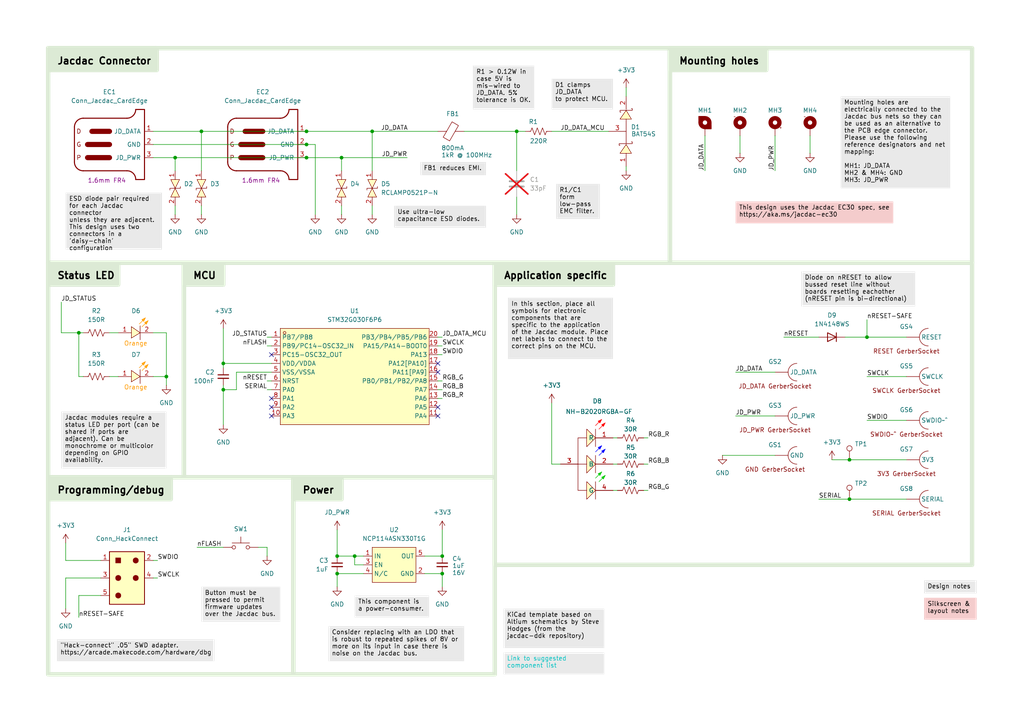
<source format=kicad_sch>
(kicad_sch (version 20250114) (generator "eeschema") (generator_version "9.0")
  (paper "A4")
  (title_block (title "${PROJECTNAME}") (date "2025-10-31") (rev "0.1") (company "Devices Lab") (comment 1 "Lancaster University") (comment 2 "James Hahn, Steve Hodges, Aron Eggens") (comment 3 "RGB LED Jacdac Module (STM32G0 based)"))
  (lib_symbols
    (symbol "Connector:TestPoint" (pin_numbers (hide yes)) (pin_names (offset 0.762) (hide yes))
      (property "Reference" "TP" (at 0 6.858 0))
      (property "Value" "TestPoint" (at 0 5.08 0))
      (symbol "TestPoint_1_1"
        (pin passive line (at 0 0 90) (length 2.54) (name "1") (number "1"))
      )
    )
    (symbol "Device:C" (pin_numbers (hide yes)) (pin_names (offset 0.254))
      (property "Reference" "C" (at 0.635 2.54 0))
      (property "Value" "C" (at 0.635 -2.54 0))
      (symbol "C_1_1"
        (pin passive line (at 0 3.81 270) (length 2.794) (name "~") (number "1"))
        (pin passive line (at 0 -3.81 90) (length 2.794) (name "~") (number "2"))
      )
    )
    (symbol "Device:C_Small" (pin_numbers (hide yes)) (pin_names (offset 0.254) (hide yes))
      (property "Reference" "C" (at 0.254 1.778 0))
      (property "Value" "C_Small" (at 0.254 -2.032 0))
      (symbol "C_Small_1_1"
        (pin passive line (at 0 2.54 270) (length 2.032) (name "~") (number "1"))
        (pin passive line (at 0 -2.54 90) (length 2.032) (name "~") (number "2"))
      )
    )
    (symbol "Device:FerriteBead" (pin_numbers (hide yes)) (pin_names (offset 0))
      (property "Reference" "FB" (at -3.81 0.635 90))
      (property "Value" "FerriteBead" (at 3.81 0 90))
      (symbol "FerriteBead_1_1"
        (pin passive line (at 0 3.81 270) (length 2.54) (name "~") (number "1"))
        (pin passive line (at 0 -3.81 90) (length 2.54) (name "~") (number "2"))
      )
    )
    (symbol "Device:R_US" (pin_numbers (hide yes)) (pin_names (offset 0))
      (property "Reference" "R" (at 2.54 0 90))
      (property "Value" "R_US" (at -2.54 0 90))
      (symbol "R_US_1_1"
        (pin passive line (at 0 3.81 270) (length 1.27) (name "~") (number "1"))
        (pin passive line (at 0 -3.81 90) (length 1.27) (name "~") (number "2"))
      )
    )
    (symbol "Diode:1N4148WS" (pin_numbers (hide yes)) (pin_names (hide yes))
      (property "Reference" "D" (at 0 2.54 0))
      (property "Value" "1N4148WS" (at 0 -2.54 0))
      (symbol "1N4148WS_1_1"
        (pin passive line (at -3.81 0 0) (length 2.54) (name "K") (number "1"))
        (pin passive line (at 3.81 0 180) (length 2.54) (name "A") (number "2"))
      )
    )
    (symbol "GerberSockets:3V3" (pin_numbers (hide yes)) (in_bom no)
      (property "Reference" "GS" (at 0 3.048 0))
      (symbol "3V3_1_1"
        (text "3V3 GerberSocket" (at 0 -4.064 0) (effects (font (size 1.27 1.27))))
        (pin bidirectional line (at 0 0 0) (length 3.81) (name "3V3") (number "1"))
      )
    )
    (symbol "GerberSockets:GND" (pin_numbers (hide yes)) (in_bom no)
      (property "Reference" "GS" (at 0 3.048 0))
      (symbol "GND_1_1"
        (text "GND GerberSocket" (at 0 -4.064 0) (effects (font (size 1.27 1.27))))
        (pin bidirectional line (at 0 0 0) (length 3.81) (name "GND") (number "1"))
      )
    )
    (symbol "GerberSockets:JD_DATA" (pin_numbers (hide yes)) (in_bom no)
      (property "Reference" "GS" (at 0 3.048 0))
      (symbol "JD_DATA_1_1"
        (text "JD_DATA GerberSocket" (at 0 -4.064 0) (effects (font (size 1.27 1.27))))
        (pin bidirectional line (at 0 0 0) (length 3.81) (name "JD_DATA") (number "1"))
      )
    )
    (symbol "GerberSockets:JD_PWR" (pin_numbers (hide yes)) (in_bom no)
      (property "Reference" "GS" (at 0 3.048 0))
      (symbol "JD_PWR_1_1"
        (text "JD_PWR GerberSocket" (at 0 -4.064 0) (effects (font (size 1.27 1.27))))
        (pin bidirectional line (at 0 0 0) (length 3.81) (name "JD_PWR") (number "1"))
      )
    )
    (symbol "GerberSockets:RESET" (pin_numbers (hide yes)) (in_bom no)
      (property "Reference" "GS" (at 0 3.048 0))
      (symbol "RESET_1_1"
        (text "RESET GerberSocket" (at 0 -4.064 0) (effects (font (size 1.27 1.27))))
        (pin bidirectional line (at 0 0 0) (length 3.81) (name "RESET") (number "1"))
      )
    )
    (symbol "GerberSockets:SERIAL" (pin_numbers (hide yes)) (in_bom no)
      (property "Reference" "GS" (at 0 3.048 0))
      (symbol "SERIAL_1_1"
        (text "SERIAL GerberSocket" (at 0 -4.064 0) (effects (font (size 1.27 1.27))))
        (pin bidirectional line (at 0 0 0) (length 3.81) (name "SERIAL") (number "1"))
      )
    )
    (symbol "GerberSockets:SWCLK" (pin_numbers (hide yes)) (in_bom no)
      (property "Reference" "GS" (at 0 3.048 0))
      (symbol "SWCLK_1_1"
        (text "SWCLK GerberSocket" (at 0 -4.064 0) (effects (font (size 1.27 1.27))))
        (pin bidirectional line (at 0 0 0) (length 3.81) (name "SWCLK") (number "1"))
      )
    )
    (symbol "GerberSockets:SWDIO~^" (pin_numbers (hide yes)) (in_bom no)
      (property "Reference" "GS" (at 0 3.048 0))
      (symbol "SWDIO~^_1_1"
        (text "SWDIO~^ GerberSocket" (at 0 -4.064 0) (effects (font (size 1.27 1.27))))
        (pin bidirectional line (at 0 0 0) (length 3.81) (name "SWDIO~^") (number "1"))
      )
    )
    (symbol "Jacdac:Conn_HackConnect" (pin_names (offset 1.016))
      (property "Reference" "J" (at 0 9.906 0))
      (property "Value" "Conn_HackConnect" (at 11.43 -10.16 0))
      (symbol "Conn_HackConnect_1_1"
        (pin power_in line (at -7.62 5.08 0) (length 2.54) (name "") (number "1"))
        (pin power_in line (at -7.62 0 0) (length 2.54) (name "") (number "3"))
        (pin bidirectional line (at -7.62 -5.08 0) (length 2.54) (name "") (number "5"))
        (pin bidirectional line (at 7.62 5.08 180) (length 2.54) (name "") (number "2"))
        (pin output line (at 7.62 0 180) (length 2.54) (name "") (number "4"))
      )
    )
    (symbol "Jacdac:Conn_Jacdac_CardEdge" (pin_names (offset 1.016)) (in_bom no)
      (property "Reference" "EC" (at -8.89 10.16 0))
      (property "Value" "Conn_Jacdac_CardEdge" (at 10.16 -12.7 0))
      (symbol "Conn_Jacdac_CardEdge_0_0"
        (text "D" (at -10.16 3.81 0) (effects (font (size 1.27 1.27))))
        (text "G" (at -10.16 0 0) (effects (font (size 1.27 1.27))))
        (text "P" (at -10.16 -3.81 0) (effects (font (size 1.27 1.27))))
      )
      (symbol "Conn_Jacdac_CardEdge_1_1"
        (pin bidirectional line (at 11.43 3.81 180) (length 2.54) (name "JD_DATA") (number "1"))
        (pin power_in line (at 11.43 0 180) (length 2.54) (name "GND") (number "2"))
        (pin power_out line (at 11.43 -3.81 180) (length 2.54) (name "JD_PWR") (number "3"))
      )
    )
    (symbol "Jacdac:jacdac_hole_DATA_MH1" (pin_numbers (hide yes)) (pin_names (offset 1.016) (hide yes)) (in_bom no)
      (property "Reference" "MH" (at 0 6.35 0))
      (property "Value" "jacdac_hole_DATA_MH1" (at 0 4.445 0))
      (symbol "jacdac_hole_DATA_MH1_1_1"
        (pin input line (at 0 -2.54 90) (length 2.54) (name "MH1") (number "MH1"))
      )
    )
    (symbol "Jacdac:jacdac_hole_GND_MH2" (pin_numbers (hide yes)) (pin_names (offset 1.016) (hide yes)) (in_bom no)
      (property "Reference" "MH" (at 0 6.35 0))
      (property "Value" "jacdac_hole_GND_MH2" (at 0 4.445 0))
      (symbol "jacdac_hole_GND_MH2_0_0"
        (text "-" (at -1.5494 3.0226 0) (effects (font (size 0.5 0.5))))
      )
      (symbol "jacdac_hole_GND_MH2_1_1"
        (pin input line (at 0 -2.54 90) (length 2.54) (name "MH2") (number "MH2"))
      )
    )
    (symbol "Jacdac:jacdac_hole_GND_MH4" (pin_numbers (hide yes)) (pin_names (offset 1.016) (hide yes)) (in_bom no)
      (property "Reference" "MH" (at 0 6.35 0))
      (property "Value" "jacdac_hole_GND_MH4" (at 0 4.445 0))
      (symbol "jacdac_hole_GND_MH4_0_0"
        (text "-" (at -1.5494 3.0226 0) (effects (font (size 0.5 0.5))))
      )
      (symbol "jacdac_hole_GND_MH4_1_1"
        (pin input line (at 0 -2.54 90) (length 2.54) (name "MH4") (number "MH4"))
      )
    )
    (symbol "Jacdac:jacdac_hole_PWR_MH3" (pin_numbers (hide yes)) (pin_names (offset 1.016) (hide yes)) (in_bom no)
      (property "Reference" "MH" (at 0 6.35 0))
      (property "Value" "jacdac_hole_PWR_MH3" (at 0 4.445 0))
      (symbol "jacdac_hole_PWR_MH3_0_0"
        (text "+" (at 1.6256 -0.2032 0) (effects (font (size 0.5 0.5))))
      )
      (symbol "jacdac_hole_PWR_MH3_1_1"
        (pin input line (at 0 -2.54 90) (length 2.54) (name "MH3") (number "MH3"))
      )
    )
    (symbol "Jacdac_Application:FM-B2020RGBA-HG"
      (property "Reference" "D" (at 0 12.7 0))
      (symbol "FM-B2020RGBA-HG_1_1"
        (pin unspecified line (at -7.62 0 0) (length 5.08) (name "") (number "3"))
        (pin unspecified line (at 7.62 7.62 180) (length 5.08) (name "R") (number "1"))
        (pin unspecified line (at 7.62 0 180) (length 5.08) (name "B") (number "2"))
        (pin unspecified line (at 7.62 -7.62 180) (length 5.08) (name "G") (number "4"))
      )
    )
    (symbol "Jacdac_Components:BAT54SLT1G" (pin_names (hide yes))
      (property "Reference" "D" (at 0 6.35 0))
      (property "Value" "BAT54SLT1G" (at 0 -8.89 0))
      (symbol "BAT54SLT1G_0_1"
        (pin unspecified line (at -10.16 1.27 0) (length 3.81) (name "A") (number "1"))
        (pin unspecified line (at 0 6.35 270) (length 5.08) (name "A/C") (number "3"))
        (pin unspecified line (at 10.16 1.27 180) (length 3.81) (name "C") (number "2"))
      )
    )
    (symbol "Jacdac_Components:NCP114ASN330T1G"
      (property "Reference" "U" (at 0 7.62 0))
      (property "Value" "NCP114ASN330T1G" (at 0 -7.62 0))
      (symbol "NCP114ASN330T1G_0_1"
        (pin unspecified line (at -8.89 2.54 0) (length 2.54) (name "IN") (number "1"))
        (pin unspecified line (at -8.89 0 0) (length 2.54) (name "EN") (number "3"))
        (pin unspecified line (at -8.89 -2.54 0) (length 2.54) (name "N/C") (number "4"))
        (pin unspecified line (at 8.89 2.54 180) (length 2.54) (name "OUT") (number "5"))
        (pin unspecified line (at 8.89 -2.54 180) (length 2.54) (name "GND") (number "2"))
      )
    )
    (symbol "Jacdac_Components:RCLAMP0521P-N" (pin_names (hide yes))
      (property "Reference" "D" (at 0 5.08 0))
      (property "Value" "RCLAMP0521P-N" (at 0 -5.08 0))
      (symbol "RCLAMP0521P-N_0_1"
        (pin unspecified line (at -5.08 0 0) (length 2.54) (name "1") (number "1"))
        (pin unspecified line (at 5.08 0 180) (length 2.54) (name "2") (number "2"))
      )
    )
    (symbol "Jacdac_Components:STM32G030F6P6"
      (property "Reference" "U" (at 0 16.51 0))
      (property "Value" "STM32G030F6P6" (at 0 -16.51 0))
      (symbol "STM32G030F6P6_0_1"
        (pin unspecified line (at -24.13 11.43 0) (length 2.54) (name "PB7/PB8") (number "1"))
        (pin unspecified line (at -24.13 8.89 0) (length 2.54) (name "PB9/PC14-OSC32_IN") (number "2"))
        (pin unspecified line (at -24.13 6.35 0) (length 2.54) (name "PC15-OSC32_OUT") (number "3"))
        (pin unspecified line (at -24.13 3.81 0) (length 2.54) (name "VDD/VDDA") (number "4"))
        (pin unspecified line (at -24.13 1.27 0) (length 2.54) (name "VSS/VSSA") (number "5"))
        (pin unspecified line (at -24.13 -1.27 0) (length 2.54) (name "NRST") (number "6"))
        (pin unspecified line (at -24.13 -3.81 0) (length 2.54) (name "PA0") (number "7"))
        (pin unspecified line (at -24.13 -6.35 0) (length 2.54) (name "PA1") (number "8"))
        (pin unspecified line (at -24.13 -8.89 0) (length 2.54) (name "PA2") (number "9"))
        (pin unspecified line (at -24.13 -11.43 0) (length 2.54) (name "PA3") (number "10"))
        (pin unspecified line (at 24.13 11.43 180) (length 2.54) (name "PB3/PB4/PB5/PB6") (number "20"))
        (pin unspecified line (at 24.13 8.89 180) (length 2.54) (name "PA15/PA14-BOOT0") (number "19"))
        (pin unspecified line (at 24.13 6.35 180) (length 2.54) (name "PA13") (number "18"))
        (pin unspecified line (at 24.13 3.81 180) (length 2.54) (name "PA12[PA10]") (number "17"))
        (pin unspecified line (at 24.13 1.27 180) (length 2.54) (name "PA11[PA9]") (number "16"))
        (pin unspecified line (at 24.13 -1.27 180) (length 2.54) (name "PB0/PB1/PB2/PA8") (number "15"))
        (pin unspecified line (at 24.13 -3.81 180) (length 2.54) (name "PA7") (number "14"))
        (pin unspecified line (at 24.13 -6.35 180) (length 2.54) (name "PA6") (number "13"))
        (pin unspecified line (at 24.13 -8.89 180) (length 2.54) (name "PA5") (number "12"))
        (pin unspecified line (at 24.13 -11.43 180) (length 2.54) (name "PA4") (number "11"))
      )
    )
    (symbol "Jacdac_Components:SZYY0603O"
      (property "Reference" "D" (at 0 4.826 0))
      (symbol "SZYY0603O_1_1"
        (text "Orange" (at 0 -3.048 0) (effects (font (size 1.27 1.27))))
        (pin unspecified line (at -5.08 0 0) (length 3.81) (name "") (number "2"))
        (pin unspecified line (at 5.08 0 180) (length 3.81) (name "") (number "1"))
      )
    )
    (symbol "Switch:SW_Push" (pin_numbers (hide yes)) (pin_names (offset 1.016) (hide yes))
      (property "Reference" "SW" (at 1.27 2.54 0))
      (property "Value" "SW_Push" (at 0 -1.524 0))
      (symbol "SW_Push_0_1"
        (pin passive line (at -5.08 0 0) (length 2.54) (name "1") (number "1"))
        (pin passive line (at 5.08 0 180) (length 2.54) (name "2") (number "2"))
      )
    )
    (symbol "power:+3V3" (power) (pin_numbers (hide yes)) (pin_names (offset 0) (hide yes))
      (property "Value" "+3V3" (at 0 3.556 0))
      (symbol "+3V3_1_1"
        (pin power_in line (at 0 0 90) (length 0) (name "~") (number "1"))
      )
    )
    (symbol "power:GND" (power) (pin_numbers (hide yes)) (pin_names (offset 0) (hide yes))
      (property "Value" "GND" (at 0 -3.81 0))
      (symbol "GND_1_1"
        (pin power_in line (at 0 0 270) (length 0) (name "~") (number "1"))
      )
    )
  )
  (rectangle (start 13.97 138.43) (end 49.53 144.78) (stroke (width 1.27) (color 220 234 213 1)) (fill (type color) (color 220 234 213 1)))
  (rectangle (start 143.51 76.2) (end 281.94 163.83) (stroke (width 1.27) (color 220 234 213 1)))
  (rectangle (start 53.34 76.2) (end 64.77 82.55) (stroke (width 1.27) (color 220 234 213 1)) (fill (type color) (color 220 234 213 1)))
  (rectangle (start 194.31 13.97) (end 281.94 76.2) (stroke (width 1.27) (color 220 234 213 1)))
  (rectangle (start 13.97 13.97) (end 45.466 20.32) (stroke (width 1.27) (color 220 234 213 1)) (fill (type color) (color 220 234 213 1)))
  (rectangle (start 13.97 76.2) (end 34.29 82.55) (stroke (width 1.27) (color 220 234 213 1)) (fill (type color) (color 220 234 213 1)))
  (rectangle (start 13.97 76.2) (end 53.34 138.43) (stroke (width 1.27) (color 220 234 213 1)))
  (rectangle (start 13.97 13.97) (end 194.31 76.2) (stroke (width 1.27) (color 220 234 213 1)))
  (rectangle (start 194.31 13.97) (end 222.25 20.32) (stroke (width 1.27) (color 220 234 213 1)) (fill (type color) (color 220 234 213 1)))
  (rectangle (start 53.34 76.2) (end 143.51 138.43) (stroke (width 1.27) (color 220 234 213 1)))
  (rectangle (start 85.09 138.43) (end 99.06 144.78) (stroke (width 1.27) (color 220 234 213 1)) (fill (type color) (color 220 234 213 1)))
  (rectangle (start 85.09 138.43) (end 143.51 195.58) (stroke (width 1.27) (color 220 234 213 1)))
  (rectangle (start 143.51 76.2) (end 177.8 82.55) (stroke (width 1.27) (color 220 234 213 1)) (fill (type color) (color 220 234 213 1)))
  (rectangle (start 13.97 138.43) (end 85.09 195.58) (stroke (width 1.27) (color 220 234 213 1)))
  (text "Mounting holes" (at 196.85 19.05 0) (effects (font (size 2 2) (thickness 0.4) (bold yes)) (justify left bottom)))
  (text "Status LED" (at 16.51 81.28 0) (effects (font (size 2 2) (thickness 0.4) (bold yes)) (justify left bottom)))
  (text "Programming/debug" (at 16.51 143.51 0) (effects (font (size 2 2) (thickness 0.4) (bold yes)) (justify left bottom)))
  (text "MCU" (at 55.88 81.28 0) (effects (font (size 2 2) (thickness 0.4) (bold yes)) (justify left bottom)))
  (text "800mA\n1kR @ 100MHz" (at 128.016 44.196 0) (effects (font (size 1.27 1.27)) (justify left)))
  (text "Application specific" (at 146.05 81.28 0) (effects (font (size 2 2) (thickness 0.4) (bold yes)) (justify left bottom)))
  (text "Power" (at 87.63 143.51 0) (effects (font (size 2 2) (thickness 0.4) (bold yes)) (justify left bottom)))
  (text "Jacdac Connector" (at 16.51 19.05 0) (effects (font (size 2 2) (thickness 0.4) (bold yes)) (justify left bottom)))
  (text_box "Use ultra-low\ncapacitance ESD diodes." (at 114.3 59.69 0) (size 26.67 6.35) (margins 0.9525 0.9525 0.9525 0.9525) (stroke (width -0.0001)) (fill (type color) (color 233 233 233 1)) (effects (font (size 1.27 1.27)) (justify left top)))
  (text_box "D1 clamps JD_DATA\nto protect MCU." (at 160.02 22.86 0) (size 17.78 8.89) (margins 0.9525 0.9525 0.9525 0.9525) (stroke (width -0.0001)) (fill (type color) (color 233 233 233 1)) (effects (font (size 1.27 1.27)) (justify left top)))
  (text_box "This component is a power-consumer." (at 102.87 172.72 0) (size 21.59 6.35) (margins 0.9525 0.9525 0.9525 0.9525) (stroke (width -0.0001)) (fill (type color) (color 233 233 233 1)) (effects (font (size 1.27 1.27)) (justify left top)))
  (text_box "KiCad template based on Altium schematics by Steve Hodges (from the jacdac-ddk repository)" (at 146.05 176.53 0) (size 29.21 11.43) (margins 0.9525 0.9525 0.9525 0.9525) (stroke (width -0.0001)) (fill (type color) (color 233 233 233 1)) (effects (font (size 1.27 1.27)) (justify left top)))
  (text_box "Jacdac modules require a status LED per port (can be shared if ports are adjacent). Can be monochrome or multicolor depending on GPIO availability.\n" (at 17.78 119.38 0) (size 30.48 16.51) (margins 0.9525 0.9525 0.9525 0.9525) (stroke (width -0.0001)) (fill (type color) (color 233 233 233 1)) (effects (font (size 1.27 1.27)) (justify left top)))
  (text_box "Design notes" (at 268.0311 168.2998 0) (size 15.24 3.81) (margins 0.9525 0.9525 0.9525 0.9525) (stroke (width -0.0001)) (fill (type color) (color 233 233 233 1)) (effects (font (size 1.27 1.27)) (justify left top)))
  (text_box "ESD diode pair required for each Jacdac connector\nunless they are adjacent. This design uses two\nconnectors in a 'daisy-chain' configuration" (at 19.05 55.88 0) (size 27.94 16.51) (margins 0.9525 0.9525 0.9525 0.9525) (stroke (width -0.0001)) (fill (type color) (color 233 233 233 1)) (effects (font (size 1.27 1.27)) (justify left top)))
  (text_box "Mounting holes are electrically connected to the Jacdac bus nets so they can be used as an alternative to the PCB edge connector. Please use the following reference designators and net mapping:\n\nMH1: JD_DATA\nMH2 & MH4: GND\nMH3: JD_PWR" (at 243.84 27.94 0) (size 31.75 26.67) (margins 0.9525 0.9525 0.9525 0.9525) (stroke (width -0.0001)) (fill (type color) (color 233 233 233 1)) (effects (font (size 1.27 1.27)) (justify left top)))
  (text_box "Link to suggested component list" (at 146.05 189.23 0) (size 29.21 6.35) (margins 0.9525 0.9525 0.9525 0.9525) (stroke (width -0.0001)) (fill (type color) (color 233 233 233 1)) (effects (font (size 1.27 1.27)) (justify left top)))
  (text_box "R1/C1 form low-pass EMC filter." (at 161.29 53.34 0) (size 12.7 10.16) (margins 0.9525 0.9525 0.9525 0.9525) (stroke (width -0.0001)) (fill (type color) (color 233 233 233 1)) (effects (font (size 1.27 1.27)) (justify left top)))
  (text_box "This design uses the Jacdac EC30 spec, see https://aka.ms/jacdac-ec30" (at 213.36 58.42 0) (size 45.72 6.35) (margins 0.9525 0.9525 0.9525 0.9525) (stroke (width -0.0001)) (fill (type color) (color 244 204 204 1)) (effects (font (size 1.27 1.27)) (justify left top)))
  (text_box "In this section, place all symbols for electronic components that are specific to the application of the Jacdac module. Place net labels to connect to the correct pins on the MCU." (at 147.32 86.36 0) (size 30.48 17.78) (margins 0.9525 0.9525 0.9525 0.9525) (stroke (width -0.0001)) (fill (type color) (color 233 233 233 1)) (effects (font (size 1.27 1.27)) (justify left top)))
  (text_box "Diode on nRESET to allow bussed reset line without boards resetting eachother (nRESET pin is bi-directional) " (at 232.41 78.74 0) (size 33.02 10.16) (margins 0.9525 0.9525 0.9525 0.9525) (stroke (width -0.0001)) (fill (type color) (color 233 233 233 1)) (effects (font (size 1.27 1.27)) (justify left top)))
  (text_box "Button must be pressed to permit firmware updates over the Jacdac bus." (at 58.42 170.18 0) (size 22.86 10.16) (margins 0.9525 0.9525 0.9525 0.9525) (stroke (width -0.0001)) (fill (type color) (color 233 233 233 1)) (effects (font (size 1.27 1.27)) (justify left top)))
  (text_box "FB1 reduces EMI." (at 121.92 46.99 0) (size 19.05 3.81) (margins 0.9525 0.9525 0.9525 0.9525) (stroke (width -0.0001)) (fill (type color) (color 233 233 233 1)) (effects (font (size 1.27 1.27)) (justify left top)))
  (text_box "Silkscreen & layout notes" (at 268.0311 173.3798 0) (size 15.24 6.35) (margins 0.9525 0.9525 0.9525 0.9525) (stroke (width -0.0001)) (fill (type color) (color 244 204 204 1)) (effects (font (size 1.27 1.27)) (justify left top)))
  (text_box "R1 > 0.12W in case 5V is mis-wired to JD_DATA. 5% tolerance is OK." (at 137.16 19.05 0) (size 17.78 12.7) (margins 0.9525 0.9525 0.9525 0.9525) (stroke (width -0.0001)) (fill (type color) (color 233 233 233 1)) (effects (font (size 1.27 1.27)) (justify left top)))
  (text_box "Consider replacing with an LDO that is robust to repeated spikes of 8V or more on its input in case there is noise on the Jacdac bus.\n" (at 95.25 181.61 0) (size 39.37 10.16) (margins 0.9525 0.9525 0.9525 0.9525) (stroke (width -0.0001)) (fill (type color) (color 233 233 233 1)) (effects (font (size 1.27 1.27)) (justify left top)))
  (text_box "\"Hack-connect\" .05\" SWD adapter.\nhttps://arcade.makecode.com/hardware/dbg" (at 16.51 185.42 0) (size 45.72 6.35) (margins 0.9525 0.9525 0.9525 0.9525) (stroke (width -0.0001)) (fill (type color) (color 233 233 233 1)) (effects (font (size 1.27 1.27)) (justify left top)))
  (junction (at 251.46 97.79))
  (junction (at 48.26 109.22))
  (junction (at 97.79 166.37))
  (junction (at 88.9 45.72))
  (junction (at 128.27 166.37))
  (junction (at 149.86 38.1))
  (junction (at 107.95 38.1))
  (junction (at 128.27 161.29))
  (junction (at 246.38 144.78))
  (junction (at 64.77 113.03))
  (junction (at 99.06 45.72))
  (junction (at 88.9 38.1))
  (junction (at 58.42 38.1))
  (junction (at 102.87 161.29))
  (junction (at 97.79 161.29))
  (junction (at 22.86 96.52))
  (junction (at 246.38 133.35))
  (junction (at 50.8 45.72))
  (junction (at 64.77 105.41))
  (junction (at 88.9 41.91))
  (no_connect (at 127 118.11))
  (no_connect (at 127 120.65))
  (no_connect (at 127 107.95))
  (no_connect (at 78.74 118.11))
  (no_connect (at 78.74 102.87))
  (no_connect (at 127 105.41))
  (no_connect (at 78.74 115.57))
  (no_connect (at 78.74 120.65))
  (wire (pts (xy 149.86 38.1) (xy 152.4 38.1)))
  (wire (pts (xy 102.87 163.83) (xy 102.87 161.29)))
  (wire (pts (xy 64.77 95.25) (xy 64.77 105.41)))
  (wire (pts (xy 91.44 41.91) (xy 91.44 62.23)))
  (wire (pts (xy 179.07 134.62) (xy 177.8 134.62)))
  (wire (pts (xy 128.27 166.37) (xy 128.27 170.18)))
  (wire (pts (xy 227.33 97.79) (xy 237.49 97.79)))
  (wire (pts (xy 44.45 45.72) (xy 50.8 45.72)))
  (wire (pts (xy 64.77 106.68) (xy 64.77 105.41)))
  (wire (pts (xy 58.42 38.1) (xy 58.42 49.53)))
  (wire (pts (xy 127 110.49) (xy 128.27 110.49)))
  (wire (pts (xy 251.46 97.79) (xy 262.89 97.79)))
  (wire (pts (xy 68.58 107.95) (xy 68.58 113.03)))
  (wire (pts (xy 22.86 172.72) (xy 22.86 179.07)))
  (wire (pts (xy 99.06 59.69) (xy 99.06 62.23)))
  (wire (pts (xy 88.9 45.72) (xy 99.06 45.72)))
  (wire (pts (xy 77.47 113.03) (xy 78.74 113.03)))
  (wire (pts (xy 127 113.03) (xy 128.27 113.03)))
  (wire (pts (xy 186.69 127) (xy 187.96 127)))
  (wire (pts (xy 31.75 96.52) (xy 34.29 96.52)))
  (wire (pts (xy 44.45 41.91) (xy 88.9 41.91)))
  (wire (pts (xy 127 115.57) (xy 128.27 115.57)))
  (wire (pts (xy 17.78 87.63) (xy 17.78 96.52)))
  (wire (pts (xy 246.38 133.35) (xy 262.89 133.35)))
  (wire (pts (xy 22.86 96.52) (xy 24.13 96.52)))
  (wire (pts (xy 77.47 97.79) (xy 78.74 97.79)))
  (wire (pts (xy 127 97.79) (xy 128.27 97.79)))
  (wire (pts (xy 214.63 44.45) (xy 214.63 39.37)))
  (wire (pts (xy 99.06 45.72) (xy 118.11 45.72)))
  (wire (pts (xy 181.61 49.53) (xy 181.61 48.26)))
  (wire (pts (xy 149.86 38.1) (xy 149.86 49.53)))
  (wire (pts (xy 179.07 142.24) (xy 177.8 142.24)))
  (wire (pts (xy 50.8 62.23) (xy 50.8 59.69)))
  (wire (pts (xy 64.77 105.41) (xy 78.74 105.41)))
  (wire (pts (xy 17.78 96.52) (xy 22.86 96.52)))
  (wire (pts (xy 186.69 134.62) (xy 187.96 134.62)))
  (wire (pts (xy 105.41 163.83) (xy 102.87 163.83)))
  (wire (pts (xy 246.38 144.78) (xy 262.89 144.78)))
  (wire (pts (xy 107.95 59.69) (xy 107.95 62.23)))
  (wire (pts (xy 19.05 167.64) (xy 19.05 176.53)))
  (wire (pts (xy 68.58 113.03) (xy 64.77 113.03)))
  (wire (pts (xy 224.79 49.53) (xy 224.79 39.37)))
  (wire (pts (xy 149.86 57.15) (xy 149.86 62.23)))
  (wire (pts (xy 123.19 166.37) (xy 128.27 166.37)))
  (wire (pts (xy 179.07 127) (xy 177.8 127)))
  (wire (pts (xy 251.46 92.71) (xy 251.46 97.79)))
  (wire (pts (xy 22.86 172.72) (xy 29.21 172.72)))
  (wire (pts (xy 44.45 38.1) (xy 58.42 38.1)))
  (wire (pts (xy 209.55 132.08) (xy 224.79 132.08)))
  (wire (pts (xy 58.42 62.23) (xy 58.42 59.69)))
  (wire (pts (xy 64.77 113.03) (xy 64.77 111.76)))
  (wire (pts (xy 48.26 96.52) (xy 48.26 109.22)))
  (wire (pts (xy 45.72 162.56) (xy 44.45 162.56)))
  (wire (pts (xy 127 102.87) (xy 128.27 102.87)))
  (wire (pts (xy 181.61 25.4) (xy 181.61 27.94)))
  (wire (pts (xy 50.8 45.72) (xy 88.9 45.72)))
  (wire (pts (xy 77.47 100.33) (xy 78.74 100.33)))
  (wire (pts (xy 160.02 116.84) (xy 160.02 134.62)))
  (wire (pts (xy 22.86 96.52) (xy 22.86 109.22)))
  (wire (pts (xy 251.46 109.22) (xy 262.89 109.22)))
  (wire (pts (xy 50.8 45.72) (xy 50.8 49.53)))
  (wire (pts (xy 31.75 109.22) (xy 34.29 109.22)))
  (wire (pts (xy 251.46 121.92) (xy 262.89 121.92)))
  (wire (pts (xy 245.11 97.79) (xy 251.46 97.79)))
  (wire (pts (xy 77.47 110.49) (xy 78.74 110.49)))
  (wire (pts (xy 44.45 167.64) (xy 45.72 167.64)))
  (wire (pts (xy 64.77 158.75) (xy 57.15 158.75)))
  (wire (pts (xy 44.45 109.22) (xy 48.26 109.22)))
  (wire (pts (xy 68.58 107.95) (xy 78.74 107.95)))
  (wire (pts (xy 97.79 153.67) (xy 97.79 161.29)))
  (wire (pts (xy 19.05 157.48) (xy 19.05 162.56)))
  (wire (pts (xy 22.86 109.22) (xy 24.13 109.22)))
  (wire (pts (xy 99.06 49.53) (xy 99.06 45.72)))
  (wire (pts (xy 97.79 161.29) (xy 102.87 161.29)))
  (wire (pts (xy 64.77 113.03) (xy 64.77 123.19)))
  (wire (pts (xy 123.19 161.29) (xy 128.27 161.29)))
  (wire (pts (xy 44.45 96.52) (xy 48.26 96.52)))
  (wire (pts (xy 107.95 38.1) (xy 127 38.1)))
  (wire (pts (xy 237.49 144.78) (xy 246.38 144.78)))
  (wire (pts (xy 107.95 38.1) (xy 107.95 49.53)))
  (wire (pts (xy 204.47 49.53) (xy 204.47 39.37)))
  (wire (pts (xy 58.42 38.1) (xy 88.9 38.1)))
  (wire (pts (xy 97.79 166.37) (xy 105.41 166.37)))
  (wire (pts (xy 19.05 167.64) (xy 29.21 167.64)))
  (wire (pts (xy 88.9 38.1) (xy 107.95 38.1)))
  (wire (pts (xy 91.44 41.91) (xy 88.9 41.91)))
  (wire (pts (xy 48.26 109.22) (xy 48.26 111.76)))
  (wire (pts (xy 127 100.33) (xy 128.27 100.33)))
  (wire (pts (xy 128.27 153.67) (xy 128.27 161.29)))
  (wire (pts (xy 19.05 162.56) (xy 29.21 162.56)))
  (wire (pts (xy 186.69 142.24) (xy 187.96 142.24)))
  (wire (pts (xy 102.87 161.29) (xy 105.41 161.29)))
  (wire (pts (xy 77.47 161.29) (xy 77.47 158.75)))
  (wire (pts (xy 97.79 166.37) (xy 97.79 170.18)))
  (wire (pts (xy 241.3 133.35) (xy 246.38 133.35)))
  (wire (pts (xy 213.36 120.65) (xy 224.79 120.65)))
  (wire (pts (xy 213.36 107.95) (xy 224.79 107.95)))
  (wire (pts (xy 77.47 158.75) (xy 74.93 158.75)))
  (wire (pts (xy 134.62 38.1) (xy 149.86 38.1)))
  (wire (pts (xy 160.02 134.62) (xy 162.56 134.62)))
  (wire (pts (xy 234.95 44.45) (xy 234.95 39.37)))
  (wire (pts (xy 160.02 38.1) (xy 176.53 38.1)))
  (label "nRESET" (at 227.33 97.79 0))
  (label "JD_DATA" (at 110.49 38.1 0))
  (label "SWDIO" (at 251.46 121.92 0))
  (label "JD_STATUS" (at 17.78 87.63 0))
  (label "JD_PWR" (at 118.11 45.72 180))
  (label "SWDIO" (at 128.27 102.87 0))
  (label "JD_PWR" (at 224.79 49.53 90))
  (label "JD_DATA" (at 213.36 107.95 0))
  (label "JD_DATA" (at 204.47 49.53 90))
  (label "SERIAL" (at 77.47 113.03 180))
  (label "SWDIO" (at 45.72 162.56 0))
  (label "nRESET-SAFE" (at 251.46 92.71 0))
  (label "nFLASH" (at 77.47 100.33 180))
  (label "nRESET" (at 77.47 110.49 180))
  (label "RGB_B" (at 187.96 134.62 0))
  (label "RGB_R" (at 187.96 127 0))
  (label "JD_DATA_MCU" (at 162.56 38.1 0))
  (label "JD_STATUS" (at 77.47 97.79 180))
  (label "RGB_B" (at 128.27 113.03 0))
  (label "nRESET-SAFE" (at 22.86 179.07 0))
  (label "SWCLK" (at 251.46 109.22 0))
  (label "JD_DATA_MCU" (at 128.27 97.79 0))
  (label "SWCLK" (at 128.27 100.33 0))
  (label "RGB_G" (at 128.27 110.49 0))
  (label "SERIAL" (at 237.49 144.78 0))
  (label "JD_PWR" (at 213.36 120.65 0))
  (label "SWCLK" (at 45.72 167.64 0))
  (label "RGB_G" (at 187.96 142.24 0))
  (label "RGB_R" (at 128.27 115.57 0))
  (label "nFLASH" (at 57.15 158.75 0))
  (symbol (lib_id "Jacdac:Conn_HackConnect") (at 36.83 167.64 0) (unit 1) (in_bom no)
    (property "Reference" "J1" (at 36.83 153.67 0))
    (property "Value" "Conn_HackConnect" (at 36.83 156.21 0))
    (property "Footprint" "Jacdac:HackConnect_P1.27mm" (effects (hide yes)))
  )
  (symbol (lib_id "GerberSockets:JD_DATA") (at 224.79 107.95 0) (unit 1) (in_bom no)
    (property "Reference" "GS2" (at 224.79 104.902 0))
    (property "Value" "JD_DATA" (effects (hide yes)))
    (property "Footprint" "GerberSockets:JD_DATA" (effects (hide yes)))
    (property "Description" "ASCII GerberSocket for net JD_DATA" (effects (hide yes)))
  )
  (symbol (lib_id "power:GND") (at 128.27 170.18 0) (unit 1)
    (property "Reference" "#PWR020" (effects (hide yes)))
    (property "Value" "GND" (at 128.27 175.26 0))
    (property "Description" "Power symbol creates a global label with name \"GND\" , ground" (effects (hide yes)))
  )
  (symbol (lib_id "GerberSockets:JD_PWR") (at 224.79 120.65 0) (unit 1) (in_bom no)
    (property "Reference" "GS3" (at 224.79 117.602 0))
    (property "Value" "JD_PWR" (effects (hide yes)))
    (property "Footprint" "GerberSockets:JD_PWR" (effects (hide yes)))
    (property "Description" "ASCII GerberSocket for net JD_PWR" (effects (hide yes)))
  )
  (symbol (lib_id "Jacdac_Components:SZYY0603O") (at 39.37 96.52 0) (mirror y) (unit 1)
    (property "Reference" "D6" (at 39.4398 90.17 0))
    (property "Value" "SZYY0603O" (effects (hide yes)))
    (property "Footprint" "Jacdac_Components:LED0603-R-RD_ORANGE" (effects (hide yes)))
    (property "Datasheet" "https://lcsc.com/product-detail/New-Quadratic-Unclassified-Data_Yongyu-Photoelectric-SZYY0603O_C434425.html" (effects (hide yes)))
    (property "LCSC Part" "C965800" (effects (hide yes)))
    (property "Package" "0603" (effects (hide yes)))
  )
  (symbol (lib_id "power:+3V3") (at 160.02 116.84 0) (unit 1)
    (property "Reference" "#PWR013" (effects (hide yes)))
    (property "Value" "+3V3" (at 160.02 111.76 0))
    (property "Description" "Power symbol creates a global label with name \"+3V3\"" (effects (hide yes)))
  )
  (symbol (lib_id "power:+3V3") (at 97.79 153.67 0) (unit 1)
    (property "Reference" "#PWR015" (effects (hide yes)))
    (property "Value" "JD_PWR" (at 97.79 148.59 0))
    (property "Description" "Power symbol creates a global label with name \"+3V3\"" (effects (hide yes)))
  )
  (symbol (lib_id "Device:R_US") (at 27.94 96.52 90) (unit 1)
    (property "Reference" "R2" (at 27.94 90.17 90))
    (property "Value" "150R" (at 27.94 92.71 90))
    (property "Footprint" "Resistor_SMD:R_0603_1608Metric" (effects (hide yes)))
    (property "Description" "Resistor, US symbol" (effects (hide yes)))
    (property "LCSC Part" "C22808" (effects (hide yes)))
    (property "Package" "0603" (effects (hide yes)))
  )
  (symbol (lib_id "power:GND") (at 48.26 111.76 0) (unit 1)
    (property "Reference" "#PWR012" (effects (hide yes)))
    (property "Value" "GND" (at 48.26 116.84 0))
    (property "Description" "Power symbol creates a global label with name \"GND\" , ground" (effects (hide yes)))
  )
  (symbol (lib_id "power:GND") (at 19.05 176.53 0) (unit 1)
    (property "Reference" "#PWR021" (effects (hide yes)))
    (property "Value" "GND" (at 19.05 181.61 0))
    (property "Description" "Power symbol creates a global label with name \"GND\" , ground" (effects (hide yes)))
  )
  (symbol (lib_id "Jacdac:jacdac_hole_GND_MH4") (at 234.95 36.83 0) (unit 1) (in_bom no)
    (property "Reference" "MH4" (at 234.95 32.004 0))
    (property "Value" "jacdac_hole_GND_MH4" (effects (hide yes)))
    (property "Footprint" "Jacdac:jacdac_hole_GND_MH4" (effects (hide yes)))
    (property "Description" "Mounting Hole with connection" (effects (hide yes)))
  )
  (symbol (lib_id "GerberSockets:SWCLK") (at 262.89 109.22 0) (unit 1) (in_bom no)
    (property "Reference" "GS5" (at 262.89 106.172 0))
    (property "Value" "SWCLK" (effects (hide yes)))
    (property "Footprint" "GerberSockets:SWCLK" (effects (hide yes)))
    (property "Description" "ASCII GerberSocket for net SWCLK" (effects (hide yes)))
  )
  (symbol (lib_id "power:GND") (at 149.86 62.23 0) (unit 1)
    (property "Reference" "#PWR010" (effects (hide yes)))
    (property "Value" "GND" (at 149.86 67.31 0))
    (property "Description" "Power symbol creates a global label with name \"GND\" , ground" (effects (hide yes)))
  )
  (symbol (lib_id "Device:C") (at 149.86 53.34 0) (unit 1) (dnp yes)
    (property "Reference" "C1" (at 153.67 52.0699 0) (effects (justify left)))
    (property "Value" "33pF" (at 153.67 54.6099 0) (effects (justify left)))
    (property "Footprint" "Capacitor_SMD:C_0603_1608Metric" (effects (hide yes)))
    (property "Description" "Unpolarized capacitor" (effects (hide yes)))
    (property "Package" "0603" (effects (hide yes)))
    (property "LCSC Part" "C1663" (effects (hide yes)))
  )
  (symbol (lib_id "Jacdac_Application:FM-B2020RGBA-HG") (at 170.18 134.62 0) (unit 1)
    (property "Reference" "D8" (at 173.228 116.332 0))
    (property "Value" "NH-B2020RGBA-GF" (at 173.736 119.38 0))
    (property "Footprint" "Jacdac_Application:LED-ARRAY-SMD_4P-L2.1-W2.1-TL_NH-B2020RGBA" (effects (hide yes)))
    (property "Datasheet" "https://lcsc.com/product-detail/Light-Emitting-Diodes-LED_FM-B2020RGBA-HG_C108793.html" (effects (hide yes)))
    (property "LCSC Part" "C52212030" (effects (hide yes)))
    (property "Package" "SMD-4P,2.1x2.1mm" (effects (hide yes)))
  )
  (symbol (lib_id "power:+3V3") (at 181.61 25.4 0) (unit 1)
    (property "Reference" "#PWR01" (effects (hide yes)))
    (property "Value" "+3V3" (at 181.61 20.32 0))
    (property "Description" "Power symbol creates a global label with name \"+3V3\"" (effects (hide yes)))
  )
  (symbol (lib_id "Device:FerriteBead") (at 130.81 38.1 90) (unit 1)
    (property "Reference" "FB1" (at 131.318 33.02 90))
    (property "Footprint" "Jacdac_Components:L0603" (effects (hide yes)))
    (property "Datasheet" "https://lcsc.com/product-detail/Ferrite-Beads-And-Chips_1KR-25-at100MHz-500mA_C50069.html" (effects (hide yes)))
    (property "Description" "Ferrite bead" (effects (hide yes)))
    (property "LCSC Part" "C1002" (effects (hide yes)))
  )
  (symbol (lib_id "Jacdac_Components:RCLAMP0521P-N") (at 99.06 54.61 270) (unit 1)
    (property "Reference" "D4" (at 101.6 53.3399 90) (effects (justify left)))
    (property "Value" "RCLAMP0521P-N" (effects (hide yes)))
    (property "Footprint" "Jacdac_Components:X1-DFN1006-2_L1.0-W0.6-P0.65-BI" (effects (hide yes)))
    (property "Datasheet" "https://lcsc.com/product-detail/Others_Bourne-Semicon-Shenzhen-RCLAMP0521P-N_C316043.html" (effects (hide yes)))
    (property "LCSC Part" "C316043" (effects (hide yes)))
  )
  (symbol (lib_id "Jacdac:jacdac_hole_GND_MH2") (at 214.63 36.83 0) (unit 1) (in_bom no)
    (property "Reference" "MH2" (at 214.63 32.004 0))
    (property "Value" "jacdac_hole_GND_MH2" (effects (hide yes)))
    (property "Footprint" "Jacdac:jacdac_hole_GND_MH2" (effects (hide yes)))
    (property "Description" "Mounting Hole with connection" (effects (hide yes)))
  )
  (symbol (lib_id "Device:R_US") (at 182.88 142.24 90) (unit 1)
    (property "Reference" "R6" (at 182.88 137.414 90))
    (property "Value" "30R" (at 182.88 139.954 90))
    (property "Footprint" "Resistor_SMD:R_0603_1608Metric" (effects (hide yes)))
    (property "Description" "Resistor, US symbol" (effects (hide yes)))
    (property "LCSC Part" "C128060" (effects (hide yes)))
    (property "Package" "0603" (effects (hide yes)))
  )
  (symbol (lib_id "power:GND") (at 97.79 170.18 0) (unit 1)
    (property "Reference" "#PWR019" (effects (hide yes)))
    (property "Value" "GND" (at 97.79 175.26 0))
    (property "Description" "Power symbol creates a global label with name \"GND\" , ground" (effects (hide yes)))
  )
  (symbol (lib_id "Jacdac_Components:STM32G030F6P6") (at 102.87 109.22 0) (unit 1)
    (property "Reference" "U1" (at 102.87 90.17 0))
    (property "Value" "STM32G030F6P6" (at 102.87 92.71 0))
    (property "Footprint" "Jacdac_Components:TSSOP-20_L6.5-W4.4-P0.65-LS6.4-BL" (effects (hide yes)))
    (property "Datasheet" "https://lcsc.com/product-detail/ST-Microelectronics_STMicroelectronics-STM32G030F6P6_C724040.html" (effects (hide yes)))
    (property "LCSC Part" "C724040" (effects (hide yes)))
    (property "Package" "TSSOP-20" (effects (hide yes)))
  )
  (symbol (lib_id "Connector:TestPoint") (at 246.38 144.78 0) (unit 1) (in_bom no)
    (property "Reference" "TP2" (at 247.904 140.208 0) (effects (justify left)))
    (property "Value" "TestPoint" (effects (hide yes)))
    (property "Footprint" "Jacdac_Application:TestPoint_Pad_D1.0mm" (effects (hide yes)))
    (property "Description" "test point" (effects (hide yes)))
  )
  (symbol (lib_id "power:GND") (at 214.63 44.45 0) (unit 1)
    (property "Reference" "#PWR02" (effects (hide yes)))
    (property "Value" "GND" (at 214.63 49.53 0))
    (property "Description" "Power symbol creates a global label with name \"GND\" , ground" (effects (hide yes)))
  )
  (symbol (lib_id "Device:R_US") (at 156.21 38.1 90) (unit 1)
    (property "Reference" "R1" (at 154.686 35.306 90))
    (property "Value" "220R" (at 156.21 40.894 90))
    (property "Footprint" "Resistor_SMD:R_0603_1608Metric" (effects (hide yes)))
    (property "Description" "Resistor, US symbol" (effects (hide yes)))
    (property "Package" "0603" (effects (hide yes)))
    (property "LCSC Part" "C22962" (effects (hide yes)))
  )
  (symbol (lib_id "power:GND") (at 209.55 132.08 0) (unit 1)
    (property "Reference" "#PWR022" (effects (hide yes)))
    (property "Value" "GND" (at 209.55 137.16 0))
    (property "Description" "Power symbol creates a global label with name \"GND\" , ground" (effects (hide yes)))
  )
  (symbol (lib_id "GerberSockets:GND") (at 224.79 132.08 0) (unit 1) (in_bom no)
    (property "Reference" "GS1" (at 224.79 129.032 0))
    (property "Value" "GND" (effects (hide yes)))
    (property "Footprint" "GerberSockets:GND" (effects (hide yes)))
    (property "Description" "ASCII GerberSocket for net GND" (effects (hide yes)))
  )
  (symbol (lib_id "power:GND") (at 64.77 123.19 0) (unit 1)
    (property "Reference" "#PWR014" (effects (hide yes)))
    (property "Value" "GND" (at 64.77 128.27 0))
    (property "Description" "Power symbol creates a global label with name \"GND\" , ground" (effects (hide yes)))
  )
  (symbol (lib_id "Device:R_US") (at 182.88 127 90) (unit 1)
    (property "Reference" "R4" (at 182.88 121.92 90))
    (property "Value" "30R" (at 182.88 124.46 90))
    (property "Footprint" "Resistor_SMD:R_0603_1608Metric" (effects (hide yes)))
    (property "Description" "Resistor, US symbol" (effects (hide yes)))
    (property "LCSC Part" "C128060" (effects (hide yes)))
    (property "Package" "0603" (effects (hide yes)))
  )
  (symbol (lib_id "Jacdac:Conn_Jacdac_CardEdge") (at 77.47 41.91 0) (unit 1) (in_bom no)
    (property "Reference" "EC2" (at 76.1999 26.67 0))
    (property "Value" "Conn_Jacdac_CardEdge" (at 76.1999 29.21 0))
    (property "Footprint" "Jacdac:JD-PEC-02_Prerouted_recessed" (effects (hide yes)))
    (property "Description" "1.6mm FR4" (at 75.692 52.324 0))
  )
  (symbol (lib_id "power:GND") (at 181.61 49.53 0) (unit 1)
    (property "Reference" "#PWR04" (effects (hide yes)))
    (property "Value" "GND" (at 181.61 54.61 0))
    (property "Description" "Power symbol creates a global label with name \"GND\" , ground" (effects (hide yes)))
  )
  (symbol (lib_id "power:GND") (at 234.95 44.45 0) (unit 1)
    (property "Reference" "#PWR03" (effects (hide yes)))
    (property "Value" "GND" (at 234.95 49.53 0))
    (property "Description" "Power symbol creates a global label with name \"GND\" , ground" (effects (hide yes)))
  )
  (symbol (lib_id "Jacdac_Components:NCP114ASN330T1G") (at 114.3 163.83 0) (unit 1)
    (property "Reference" "U2" (at 114.3 153.67 0))
    (property "Value" "NCP114ASN330T1G" (at 114.3 156.21 0))
    (property "Footprint" "Jacdac_Components:TSOP-5_L3.0-W1.5-P0.95-BL" (effects (hide yes)))
    (property "Datasheet" "https://lcsc.com/product-detail/Low-Dropout-Regulators-LDO_ON-Semicon-ON-NCP114ASN330T1G_C457666.html" (effects (hide yes)))
    (property "LCSC Part" "C457666" (effects (hide yes)))
    (property "Package" "TSOP-5-1.5mm" (effects (hide yes)))
  )
  (symbol (lib_id "power:+3V3") (at 128.27 153.67 0) (unit 1)
    (property "Reference" "#PWR016" (effects (hide yes)))
    (property "Value" "+3V3" (at 128.27 148.59 0))
    (property "Description" "Power symbol creates a global label with name \"+3V3\"" (effects (hide yes)))
  )
  (symbol (lib_id "Jacdac_Components:BAT54SLT1G") (at 182.88 38.1 90) (unit 1)
    (property "Reference" "D1" (at 185.674 36.83 90) (effects (justify left)))
    (property "Value" "BAT54S" (at 190.246 38.862 90) (effects (justify left)))
    (property "Footprint" "Jacdac_Components:SOT-23_L2.9-W1.3-P1.90-LS2.4-BR" (effects (hide yes)))
    (property "Datasheet" "https://lcsc.com/product-detail/Schottky-Barrier-Diodes-SBD_ON_BAT54SLT1G_BAT54SLT1G_C19726.html" (effects (hide yes)))
    (property "LCSC Part" "C19726" (effects (hide yes)))
  )
  (symbol (lib_id "power:GND") (at 50.8 62.23 0) (unit 1)
    (property "Reference" "#PWR05" (effects (hide yes)))
    (property "Value" "GND" (at 50.8 67.31 0))
    (property "Description" "Power symbol creates a global label with name \"GND\" , ground" (effects (hide yes)))
  )
  (symbol (lib_id "power:GND") (at 58.42 62.23 0) (unit 1)
    (property "Reference" "#PWR06" (effects (hide yes)))
    (property "Value" "GND" (at 58.42 67.31 0))
    (property "Description" "Power symbol creates a global label with name \"GND\" , ground" (effects (hide yes)))
  )
  (symbol (lib_id "GerberSockets:SERIAL") (at 262.89 144.78 0) (unit 1) (in_bom no)
    (property "Reference" "GS8" (at 262.89 141.732 0))
    (property "Value" "SERIAL" (effects (hide yes)))
    (property "Footprint" "GerberSockets:SERIAL" (effects (hide yes)))
    (property "Description" "ASCII GerberSocket for net SERIAL" (effects (hide yes)))
  )
  (symbol (lib_id "Jacdac:jacdac_hole_PWR_MH3") (at 224.79 36.83 0) (unit 1) (in_bom no)
    (property "Reference" "MH3" (at 224.79 32.004 0))
    (property "Value" "jacdac_hole_PWR_MH3" (effects (hide yes)))
    (property "Footprint" "Jacdac:jacdac_hole_PWR_MH3" (effects (hide yes)))
    (property "Description" "Mounting Hole with connection" (effects (hide yes)))
  )
  (symbol (lib_id "Jacdac_Components:RCLAMP0521P-N") (at 58.42 54.61 270) (unit 1)
    (property "Reference" "D3" (at 60.96 53.3399 90) (effects (justify left)))
    (property "Value" "RCLAMP0521P-N" (effects (hide yes)))
    (property "Footprint" "Jacdac_Components:X1-DFN1006-2_L1.0-W0.6-P0.65-BI" (effects (hide yes)))
    (property "Datasheet" "https://lcsc.com/product-detail/Others_Bourne-Semicon-Shenzhen-RCLAMP0521P-N_C316043.html" (effects (hide yes)))
    (property "LCSC Part" "C316043" (effects (hide yes)))
  )
  (symbol (lib_id "Device:C_Small") (at 97.79 163.83 0) (mirror y) (unit 1)
    (property "Reference" "C3" (at 95.25 162.5662 0) (effects (justify left)))
    (property "Value" "1uF" (at 95.25 165.1062 0) (effects (justify left)))
    (property "Footprint" "Capacitor_SMD:C_0603_1608Metric" (effects (hide yes)))
    (property "Description" "Unpolarized capacitor, small symbol" (effects (hide yes)))
    (property "LCSC Part" "C15849" (effects (hide yes)))
    (property "Package" "0603" (effects (hide yes)))
  )
  (symbol (lib_id "power:GND") (at 91.44 62.23 0) (unit 1)
    (property "Reference" "#PWR07" (effects (hide yes)))
    (property "Value" "GND" (at 91.44 67.31 0))
    (property "Description" "Power symbol creates a global label with name \"GND\" , ground" (effects (hide yes)))
  )
  (symbol (lib_id "power:+3V3") (at 19.05 157.48 0) (unit 1)
    (property "Reference" "#PWR017" (effects (hide yes)))
    (property "Value" "+3V3" (at 19.05 152.4 0))
    (property "Description" "Power symbol creates a global label with name \"+3V3\"" (effects (hide yes)))
  )
  (symbol (lib_id "Diode:1N4148WS") (at 241.3 97.79 180) (unit 1)
    (property "Reference" "D9" (at 241.3 91.44 0))
    (property "Value" "1N4148WS" (at 241.3 93.98 0))
    (property "Footprint" "Diode_SMD:D_SOD-323" (effects (hide yes)))
    (property "Datasheet" "https://www.vishay.com/docs/85751/1n4148ws.pdf" (effects (hide yes)))
    (property "Description" "75V 0.15A Fast switching Diode, SOD-323" (effects (hide yes)))
    (property "Sim.Device" "D" (effects (hide yes)))
    (property "Sim.Pins" "1=K 2=A" (effects (hide yes)))
    (property "LCSC Part" "C2128" (effects (hide yes)))
  )
  (symbol (lib_id "Device:R_US") (at 182.88 134.62 90) (unit 1)
    (property "Reference" "R5" (at 182.88 129.794 90))
    (property "Value" "30R" (at 182.88 132.334 90))
    (property "Footprint" "Resistor_SMD:R_0603_1608Metric" (effects (hide yes)))
    (property "Description" "Resistor, US symbol" (effects (hide yes)))
    (property "LCSC Part" "C128060" (effects (hide yes)))
    (property "Package" "0603" (effects (hide yes)))
  )
  (symbol (lib_id "Jacdac:jacdac_hole_DATA_MH1") (at 204.47 36.83 0) (unit 1) (in_bom no)
    (property "Reference" "MH1" (at 204.47 32.004 0))
    (property "Value" "jacdac_hole_DATA_MH1" (effects (hide yes)))
    (property "Footprint" "Jacdac:jacdac_hole_DATA_MH1" (effects (hide yes)))
    (property "Description" "Mounting Hole with connection" (effects (hide yes)))
  )
  (symbol (lib_id "GerberSockets:RESET") (at 262.89 97.79 0) (unit 1) (in_bom no)
    (property "Reference" "GS4" (at 262.89 94.742 0))
    (property "Value" "RESET" (effects (hide yes)))
    (property "Footprint" "GerberSockets:RESET" (effects (hide yes)))
    (property "Description" "ASCII GerberSocket for net RESET" (effects (hide yes)))
  )
  (symbol (lib_id "Jacdac_Components:SZYY0603O") (at 39.37 109.22 0) (mirror y) (unit 1)
    (property "Reference" "D7" (at 39.4398 102.87 0))
    (property "Value" "SZYY0603O" (effects (hide yes)))
    (property "Footprint" "Jacdac_Components:LED0603-R-RD_ORANGE" (effects (hide yes)))
    (property "Datasheet" "https://lcsc.com/product-detail/New-Quadratic-Unclassified-Data_Yongyu-Photoelectric-SZYY0603O_C434425.html" (effects (hide yes)))
    (property "LCSC Part" "C965800" (effects (hide yes)))
    (property "Package" "0603" (effects (hide yes)))
  )
  (symbol (lib_id "GerberSockets:3V3") (at 262.89 133.35 0) (unit 1) (in_bom no)
    (property "Reference" "GS7" (at 262.89 130.302 0))
    (property "Value" "3V3" (effects (hide yes)))
    (property "Footprint" "GerberSockets:3V3" (effects (hide yes)))
    (property "Description" "ASCII GerberSocket for net 3V3" (effects (hide yes)))
  )
  (symbol (lib_id "power:GND") (at 107.95 62.23 0) (unit 1)
    (property "Reference" "#PWR09" (effects (hide yes)))
    (property "Value" "GND" (at 107.95 67.31 0))
    (property "Description" "Power symbol creates a global label with name \"GND\" , ground" (effects (hide yes)))
  )
  (symbol (lib_id "Jacdac:Conn_Jacdac_CardEdge") (at 33.02 41.91 0) (unit 1) (in_bom no)
    (property "Reference" "EC1" (at 31.7499 26.67 0))
    (property "Value" "Conn_Jacdac_CardEdge" (at 31.7499 29.21 0))
    (property "Footprint" "Jacdac:JD-PEC-02_Prerouted_recessed" (effects (hide yes)))
    (property "Description" "1.6mm FR4" (at 30.988 52.324 0))
  )
  (symbol (lib_id "power:+3V3") (at 241.3 133.35 0) (unit 1)
    (property "Reference" "#PWR023" (effects (hide yes)))
    (property "Value" "+3V3" (at 241.3 128.27 0))
    (property "Description" "Power symbol creates a global label with name \"+3V3\"" (effects (hide yes)))
  )
  (symbol (lib_id "power:+3V3") (at 64.77 95.25 0) (unit 1)
    (property "Reference" "#PWR011" (effects (hide yes)))
    (property "Value" "+3V3" (at 64.77 90.17 0))
    (property "Description" "Power symbol creates a global label with name \"+3V3\"" (effects (hide yes)))
  )
  (symbol (lib_id "power:GND") (at 99.06 62.23 0) (unit 1)
    (property "Reference" "#PWR08" (effects (hide yes)))
    (property "Value" "GND" (at 99.06 67.31 0))
    (property "Description" "Power symbol creates a global label with name \"GND\" , ground" (effects (hide yes)))
  )
  (symbol (lib_id "power:GND") (at 77.47 161.29 0) (unit 1)
    (property "Reference" "#PWR018" (effects (hide yes)))
    (property "Value" "GND" (at 77.47 166.37 0))
    (property "Description" "Power symbol creates a global label with name \"GND\" , ground" (effects (hide yes)))
  )
  (symbol (lib_id "GerberSockets:SWDIO~^") (at 262.89 121.92 0) (unit 1) (in_bom no)
    (property "Reference" "GS6" (at 262.89 118.872 0))
    (property "Value" "SWDIO~^" (effects (hide yes)))
    (property "Footprint" "GerberSockets:SWDIO~^" (effects (hide yes)))
    (property "Description" "ASCII GerberSocket for net SWDIO~^" (effects (hide yes)))
  )
  (symbol (lib_id "Jacdac_Components:RCLAMP0521P-N") (at 50.8 54.61 270) (unit 1)
    (property "Reference" "D2" (at 53.34 53.3399 90) (effects (justify left)))
    (property "Value" "RCLAMP0521P-N" (effects (hide yes)))
    (property "Footprint" "Jacdac_Components:X1-DFN1006-2_L1.0-W0.6-P0.65-BI" (effects (hide yes)))
    (property "Datasheet" "https://lcsc.com/product-detail/Others_Bourne-Semicon-Shenzhen-RCLAMP0521P-N_C316043.html" (effects (hide yes)))
    (property "LCSC Part" "C316043" (effects (hide yes)))
  )
  (symbol (lib_id "Connector:TestPoint") (at 246.38 133.35 0) (unit 1) (in_bom no)
    (property "Reference" "TP1" (at 247.904 128.778 0) (effects (justify left)))
    (property "Value" "TestPoint" (effects (hide yes)))
    (property "Footprint" "Jacdac_Application:TestPoint_Pad_D1.0mm" (effects (hide yes)))
    (property "Description" "test point" (effects (hide yes)))
  )
  (symbol (lib_id "Device:C_Small") (at 64.77 109.22 0) (mirror y) (unit 1)
    (property "Reference" "C2" (at 62.23 107.9562 0) (effects (justify left)))
    (property "Value" "100nF" (at 62.23 110.4962 0) (effects (justify left)))
    (property "Footprint" "Capacitor_SMD:C_0603_1608Metric" (effects (hide yes)))
    (property "Description" "Unpolarized capacitor, small symbol" (effects (hide yes)))
    (property "LCSC Part" " C14663" (effects (hide yes)))
    (property "Package" "0603" (effects (hide yes)))
  )
  (symbol (lib_id "Jacdac_Components:RCLAMP0521P-N") (at 107.95 54.61 270) (unit 1)
    (property "Reference" "D5" (at 110.49 53.3399 90) (effects (justify left)))
    (property "Value" "RCLAMP0521P-N" (at 110.49 55.8799 90) (effects (justify left)))
    (property "Footprint" "Jacdac_Components:X1-DFN1006-2_L1.0-W0.6-P0.65-BI" (effects (hide yes)))
    (property "Datasheet" "https://lcsc.com/product-detail/Others_Bourne-Semicon-Shenzhen-RCLAMP0521P-N_C316043.html" (effects (hide yes)))
    (property "LCSC Part" "C316043" (effects (hide yes)))
  )
  (symbol (lib_id "Device:R_US") (at 27.94 109.22 90) (unit 1)
    (property "Reference" "R3" (at 27.94 102.87 90))
    (property "Value" "150R" (at 27.94 105.41 90))
    (property "Footprint" "Resistor_SMD:R_0603_1608Metric" (effects (hide yes)))
    (property "Description" "Resistor, US symbol" (effects (hide yes)))
    (property "LCSC Part" "C22808" (effects (hide yes)))
    (property "Package" "0603" (effects (hide yes)))
  )
  (symbol (lib_id "Device:C_Small") (at 128.27 163.83 0) (mirror y) (unit 1)
    (property "Reference" "C4" (at 133.858 162.052 0) (effects (justify left)))
    (property "Value" "1uF\n16V" (at 134.874 165.1 0) (effects (justify left)))
    (property "Footprint" "Capacitor_SMD:C_0603_1608Metric" (effects (hide yes)))
    (property "Description" "Unpolarized capacitor, small symbol" (effects (hide yes)))
    (property "LCSC Part" "C15849" (effects (hide yes)))
    (property "Package" "0603" (effects (hide yes)))
  )
  (symbol (lib_id "Switch:SW_Push") (at 69.85 158.75 0) (unit 1)
    (property "Reference" "SW1" (at 69.85 153.416 0))
    (property "Value" "TS-1088-AR02016" (effects (hide yes)))
    (property "Footprint" "Jacdac_Components:SW-SMD_L3.9-W3.0-P4.45" (effects (hide yes)))
    (property "Description" "Push button switch, generic, two pins" (effects (hide yes)))
    (property "LCSC Part" "C720477" (effects (hide yes)))
    (property "Package" "SMD" (effects (hide yes)))
  )
)
</source>
